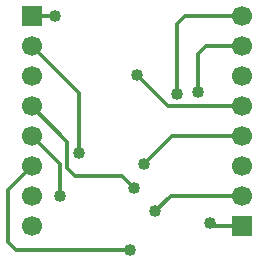
<source format=gbl>
G04 DipTrace 3.1.0.1*
G04 MSP430FR2311BreakOutv3.gbl*
%MOIN*%
G04 #@! TF.FileFunction,Copper,L2,Bot*
G04 #@! TF.Part,Single*
G04 #@! TA.AperFunction,Conductor*
%ADD14C,0.012992*%
G04 #@! TA.AperFunction,ComponentPad*
%ADD16R,0.066929X0.066929*%
%ADD17C,0.066929*%
G04 #@! TA.AperFunction,ViaPad*
%ADD19C,0.04*%
%FSLAX26Y26*%
G04*
G70*
G90*
G75*
G01*
G04 Bottom*
%LPD*%
X1343278Y1007255D2*
D14*
X1098278D1*
X993278Y1112255D1*
X1016121Y812770D2*
X1110605Y907255D1*
X1343278D1*
X969853Y528318D2*
X590322D1*
X564337Y554302D1*
Y728314D1*
X643278Y807255D1*
X1237688Y617888D2*
X1248322Y607255D1*
X1343278D1*
X1055609Y656467D2*
X1106396Y707255D1*
X1343278D1*
X722215Y1307255D2*
X643278D1*
X801192Y850877D2*
Y1049341D1*
X643278Y1207255D1*
X983357Y733239D2*
X943310Y773286D1*
X787688D1*
X761703Y799270D1*
Y888829D1*
X643278Y1007255D1*
X735719Y707648D2*
Y814814D1*
X643278Y907255D1*
X1126664Y1046743D2*
Y1281270D1*
X1152648Y1307255D1*
X1343278D1*
X1198199Y1054306D2*
Y1181269D1*
X1224184Y1207255D1*
X1343278D1*
D19*
X993278Y1112255D3*
X1016121Y812770D3*
X969853Y528318D3*
X1237688Y617888D3*
X1055609Y656467D3*
X722215Y1307255D3*
X801192Y850877D3*
X983357Y733239D3*
X735719Y707648D3*
X1126664Y1046743D3*
X1198199Y1054306D3*
D16*
X1343278Y607255D3*
D17*
Y707255D3*
Y807255D3*
Y907255D3*
Y1007255D3*
Y1107255D3*
Y1207255D3*
Y1307255D3*
D16*
X643278D3*
D17*
Y1207255D3*
Y1107255D3*
Y1007255D3*
Y907255D3*
Y807255D3*
Y707255D3*
Y607255D3*
M02*

</source>
